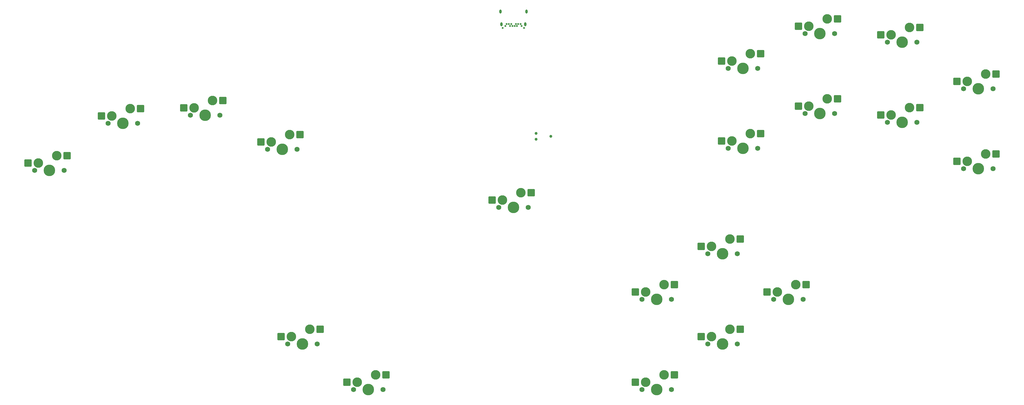
<source format=gbs>
G04 #@! TF.GenerationSoftware,KiCad,Pcbnew,(6.0.7)*
G04 #@! TF.CreationDate,2023-01-12T02:14:33-06:00*
G04 #@! TF.ProjectId,OpenRectangle,4f70656e-5265-4637-9461-6e676c652e6b,rev?*
G04 #@! TF.SameCoordinates,Original*
G04 #@! TF.FileFunction,Soldermask,Bot*
G04 #@! TF.FilePolarity,Negative*
%FSLAX46Y46*%
G04 Gerber Fmt 4.6, Leading zero omitted, Abs format (unit mm)*
G04 Created by KiCad (PCBNEW (6.0.7)) date 2023-01-12 02:14:33*
%MOMM*%
%LPD*%
G01*
G04 APERTURE LIST*
G04 Aperture macros list*
%AMRoundRect*
0 Rectangle with rounded corners*
0 $1 Rounding radius*
0 $2 $3 $4 $5 $6 $7 $8 $9 X,Y pos of 4 corners*
0 Add a 4 corners polygon primitive as box body*
4,1,4,$2,$3,$4,$5,$6,$7,$8,$9,$2,$3,0*
0 Add four circle primitives for the rounded corners*
1,1,$1+$1,$2,$3*
1,1,$1+$1,$4,$5*
1,1,$1+$1,$6,$7*
1,1,$1+$1,$8,$9*
0 Add four rect primitives between the rounded corners*
20,1,$1+$1,$2,$3,$4,$5,0*
20,1,$1+$1,$4,$5,$6,$7,0*
20,1,$1+$1,$6,$7,$8,$9,0*
20,1,$1+$1,$8,$9,$2,$3,0*%
G04 Aperture macros list end*
%ADD10C,0.990600*%
%ADD11C,0.650000*%
%ADD12O,0.800000X1.400000*%
%ADD13C,1.750000*%
%ADD14C,3.987800*%
%ADD15C,3.300000*%
%ADD16RoundRect,0.250000X1.025000X1.000000X-1.025000X1.000000X-1.025000X-1.000000X1.025000X-1.000000X0*%
G04 APERTURE END LIST*
D10*
G04 #@! TO.C,J3*
X206350000Y-68824000D03*
X206350000Y-70856000D03*
X211430000Y-69840000D03*
G04 #@! TD*
D11*
G04 #@! TO.C,J1*
X202178500Y-32360000D03*
X194828500Y-32360000D03*
X195778500Y-31710000D03*
X196178500Y-31010000D03*
X196978500Y-31010000D03*
X197378500Y-31710000D03*
X197778500Y-31010000D03*
X198178500Y-31710000D03*
X198978500Y-31710000D03*
X199378500Y-31010000D03*
X199778500Y-31710000D03*
X200178500Y-31010000D03*
X200978500Y-31010000D03*
X201378500Y-31710000D03*
D12*
X203068500Y-26720000D03*
X194088500Y-26720000D03*
X194373500Y-31110000D03*
X202633500Y-31110000D03*
G04 #@! TD*
D13*
G04 #@! TO.C,SW2*
X309232000Y-34349000D03*
D14*
X304152000Y-34349000D03*
D13*
X299072000Y-34349000D03*
D15*
X300342000Y-31809000D03*
D16*
X296792000Y-31809000D03*
X310242000Y-29269000D03*
D15*
X306692000Y-29269000D03*
G04 #@! TD*
D14*
G04 #@! TO.C,SW18*
X247948500Y-157267866D03*
D13*
X253028500Y-157267866D03*
X242868500Y-157267866D03*
D15*
X244138500Y-154727866D03*
D16*
X240588500Y-154727866D03*
D15*
X250488500Y-152187866D03*
D16*
X254038500Y-152187866D03*
G04 #@! TD*
D13*
G04 #@! TO.C,SW10*
X282714000Y-73954000D03*
D14*
X277634000Y-73954000D03*
D13*
X272554000Y-73954000D03*
D16*
X270274000Y-71414000D03*
D15*
X273824000Y-71414000D03*
D16*
X283724000Y-68874000D03*
D15*
X280174000Y-68874000D03*
G04 #@! TD*
D13*
G04 #@! TO.C,SW13*
X363810000Y-80970000D03*
X353650000Y-80970000D03*
D14*
X358730000Y-80970000D03*
D15*
X354920000Y-78430000D03*
D16*
X351370000Y-78430000D03*
D15*
X361270000Y-75890000D03*
D16*
X364820000Y-75890000D03*
G04 #@! TD*
D13*
G04 #@! TO.C,SW14*
X130880499Y-141471001D03*
D14*
X125800499Y-141471001D03*
D13*
X120720499Y-141471001D03*
D15*
X121990499Y-138931001D03*
D16*
X118440499Y-138931001D03*
D15*
X128340499Y-136391001D03*
D16*
X131890499Y-136391001D03*
G04 #@! TD*
D13*
G04 #@! TO.C,SW16*
X242868500Y-126082866D03*
X253028500Y-126082866D03*
D14*
X247948500Y-126082866D03*
D16*
X240588500Y-123542866D03*
D15*
X244138500Y-123542866D03*
X250488500Y-121002866D03*
D16*
X254038500Y-121002866D03*
G04 #@! TD*
D13*
G04 #@! TO.C,SW11*
X299072000Y-61959000D03*
X309232000Y-61959000D03*
D14*
X304152000Y-61959000D03*
D16*
X296792000Y-59419000D03*
D15*
X300342000Y-59419000D03*
D16*
X310242000Y-56879000D03*
D15*
X306692000Y-56879000D03*
G04 #@! TD*
D14*
G04 #@! TO.C,SW17*
X270635500Y-110312866D03*
D13*
X275715500Y-110312866D03*
X265555500Y-110312866D03*
D16*
X263275500Y-107772866D03*
D15*
X266825500Y-107772866D03*
D16*
X276725500Y-105232866D03*
D15*
X273175500Y-105232866D03*
G04 #@! TD*
D13*
G04 #@! TO.C,SW3*
X337587000Y-37324000D03*
X327427000Y-37324000D03*
D14*
X332507000Y-37324000D03*
D15*
X328697000Y-34784000D03*
D16*
X325147000Y-34784000D03*
D15*
X335047000Y-32244000D03*
D16*
X338597000Y-32244000D03*
G04 #@! TD*
D13*
G04 #@! TO.C,SW19*
X265555500Y-141497866D03*
X275715500Y-141497866D03*
D14*
X270635500Y-141497866D03*
D15*
X266825500Y-138957866D03*
D16*
X263275500Y-138957866D03*
X276725500Y-136417866D03*
D15*
X273175500Y-136417866D03*
G04 #@! TD*
D13*
G04 #@! TO.C,SW6*
X33562000Y-81576000D03*
X43722000Y-81576000D03*
D14*
X38642000Y-81576000D03*
D16*
X31282000Y-79036000D03*
D15*
X34832000Y-79036000D03*
X41182000Y-76496000D03*
D16*
X44732000Y-76496000D03*
G04 #@! TD*
D13*
G04 #@! TO.C,SW7*
X69002000Y-65273000D03*
X58842000Y-65273000D03*
D14*
X63922000Y-65273000D03*
D15*
X60112000Y-62733000D03*
D16*
X56562000Y-62733000D03*
X70012000Y-60193000D03*
D15*
X66462000Y-60193000D03*
G04 #@! TD*
D13*
G04 #@! TO.C,SW15*
X153568499Y-157240001D03*
X143408499Y-157240001D03*
D14*
X148488499Y-157240001D03*
D16*
X141128499Y-154700001D03*
D15*
X144678499Y-154700001D03*
D16*
X154578499Y-152160001D03*
D15*
X151028499Y-152160001D03*
G04 #@! TD*
D14*
G04 #@! TO.C,SW8*
X92278000Y-62547000D03*
D13*
X97358000Y-62547000D03*
X87198000Y-62547000D03*
D16*
X84918000Y-60007000D03*
D15*
X88468000Y-60007000D03*
X94818000Y-57467000D03*
D16*
X98368000Y-57467000D03*
G04 #@! TD*
D13*
G04 #@! TO.C,SW1*
X282714000Y-46345000D03*
X272554000Y-46345000D03*
D14*
X277634000Y-46345000D03*
D16*
X270274000Y-43805000D03*
D15*
X273824000Y-43805000D03*
X280174000Y-41265000D03*
D16*
X283724000Y-41265000D03*
G04 #@! TD*
D13*
G04 #@! TO.C,SW4*
X363810000Y-53360000D03*
D14*
X358730000Y-53360000D03*
D13*
X353650000Y-53360000D03*
D16*
X351370000Y-50820000D03*
D15*
X354920000Y-50820000D03*
X361270000Y-48280000D03*
D16*
X364820000Y-48280000D03*
G04 #@! TD*
D13*
G04 #@! TO.C,SW20*
X288212500Y-126082866D03*
D14*
X293292500Y-126082866D03*
D13*
X298372500Y-126082866D03*
D15*
X289482500Y-123542866D03*
D16*
X285932500Y-123542866D03*
D15*
X295832500Y-121002866D03*
D16*
X299382500Y-121002866D03*
G04 #@! TD*
D14*
G04 #@! TO.C,SW12*
X332507000Y-64934000D03*
D13*
X327427000Y-64934000D03*
X337587000Y-64934000D03*
D15*
X328697000Y-62394000D03*
D16*
X325147000Y-62394000D03*
D15*
X335047000Y-59854000D03*
D16*
X338597000Y-59854000D03*
G04 #@! TD*
D13*
G04 #@! TO.C,SW9*
X113770000Y-74310000D03*
D14*
X118850000Y-74310000D03*
D13*
X123930000Y-74310000D03*
D16*
X111490000Y-71770000D03*
D15*
X115040000Y-71770000D03*
D16*
X124940000Y-69230000D03*
D15*
X121390000Y-69230000D03*
G04 #@! TD*
D14*
G04 #@! TO.C,SW5*
X198578500Y-94326866D03*
D13*
X203658500Y-94326866D03*
X193498500Y-94326866D03*
D16*
X191218500Y-91786866D03*
D15*
X194768500Y-91786866D03*
D16*
X204668500Y-89246866D03*
D15*
X201118500Y-89246866D03*
G04 #@! TD*
M02*

</source>
